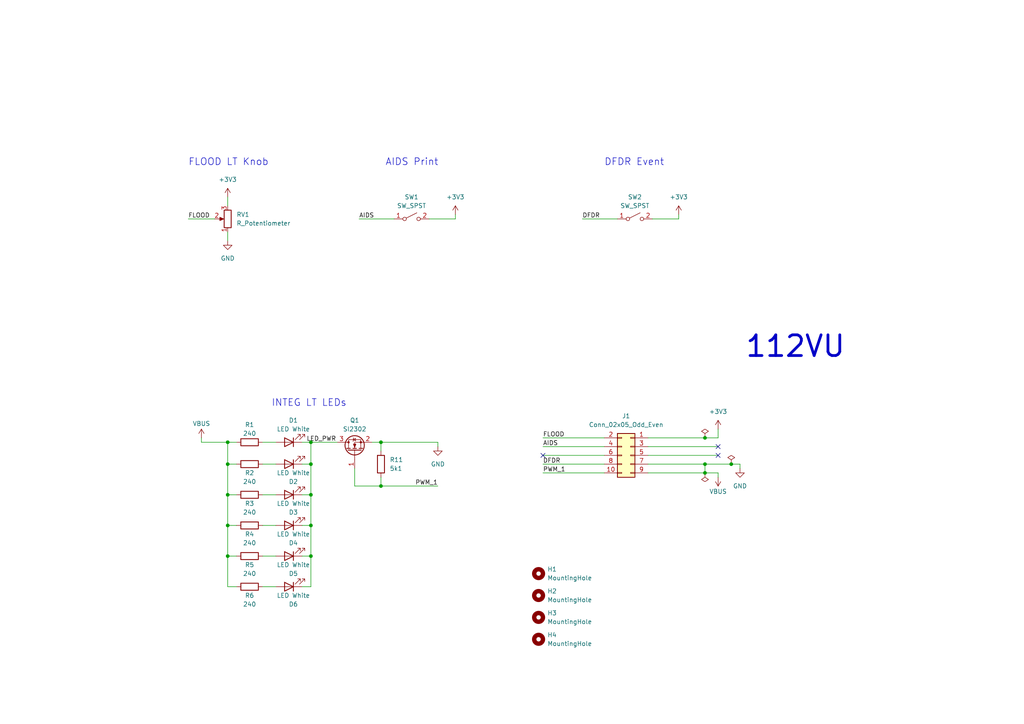
<source format=kicad_sch>
(kicad_sch (version 20230121) (generator eeschema)
  (paper "A4")
  (lib_symbols
    (symbol "Connector_Generic:Conn_02x05_Odd_Even" (pin_names (offset 1.016) hide)
      (property "Reference" "J" (at 1.27 7.62 0))
      (property "Value" "Conn_02x05_Odd_Even" (at 1.27 -7.62 0))
      (symbol "Conn_02x05_Odd_Even_1_1"
        (rectangle (start -1.27 -4.953) (end 0 -5.207) (stroke (width 0.1524)))
        (rectangle (start -1.27 -2.413) (end 0 -2.667) (stroke (width 0.1524)))
        (rectangle (start -1.27 0.127) (end 0 -0.127) (stroke (width 0.1524)))
        (rectangle (start -1.27 2.667) (end 0 2.413) (stroke (width 0.1524)))
        (rectangle (start -1.27 5.207) (end 0 4.953) (stroke (width 0.1524)))
        (rectangle (start -1.27 6.35) (end 3.81 -6.35) (stroke (width 0.254)) (fill (type background)))
        (rectangle (start 3.81 -4.953) (end 2.54 -5.207) (stroke (width 0.1524)))
        (rectangle (start 3.81 -2.413) (end 2.54 -2.667) (stroke (width 0.1524)))
        (rectangle (start 3.81 0.127) (end 2.54 -0.127) (stroke (width 0.1524)))
        (rectangle (start 3.81 2.667) (end 2.54 2.413) (stroke (width 0.1524)))
        (rectangle (start 3.81 5.207) (end 2.54 4.953) (stroke (width 0.1524)))
        (pin passive line (at -5.08 5.08 0) (length 3.81) (name "Pin_1") (number "1"))
        (pin passive line (at 7.62 -5.08 180) (length 3.81) (name "Pin_10") (number "10"))
        (pin passive line (at 7.62 5.08 180) (length 3.81) (name "Pin_2") (number "2"))
        (pin passive line (at -5.08 2.54 0) (length 3.81) (name "Pin_3") (number "3"))
        (pin passive line (at 7.62 2.54 180) (length 3.81) (name "Pin_4") (number "4"))
        (pin passive line (at -5.08 0 0) (length 3.81) (name "Pin_5") (number "5"))
        (pin passive line (at 7.62 0 180) (length 3.81) (name "Pin_6") (number "6"))
        (pin passive line (at -5.08 -2.54 0) (length 3.81) (name "Pin_7") (number "7"))
        (pin passive line (at 7.62 -2.54 180) (length 3.81) (name "Pin_8") (number "8"))
        (pin passive line (at -5.08 -5.08 0) (length 3.81) (name "Pin_9") (number "9"))
      )
    )
    (symbol "Device:LED" (pin_numbers hide) (pin_names (offset 1.016) hide)
      (property "Reference" "D" (at 0 2.54 0))
      (property "Value" "LED" (at 0 -2.54 0))
      (symbol "LED_0_1"
        (polyline (pts (xy -1.27 -1.27) (xy -1.27 1.27)) (stroke (width 0.254)))
        (polyline (pts (xy -1.27 0) (xy 1.27 0)))
        (polyline (pts (xy 1.27 -1.27) (xy 1.27 1.27) (xy -1.27 0) (xy 1.27 -1.27)) (stroke (width 0.254)))
        (polyline (pts (xy -3.048 -0.762) (xy -4.572 -2.286) (xy -3.81 -2.286) (xy -4.572 -2.286) (xy -4.572 -1.524)))
        (polyline (pts (xy -1.778 -0.762) (xy -3.302 -2.286) (xy -2.54 -2.286) (xy -3.302 -2.286) (xy -3.302 -1.524)))
      )
      (symbol "LED_1_1"
        (pin passive line (at -3.81 0 0) (length 2.54) (name "K") (number "1"))
        (pin passive line (at 3.81 0 180) (length 2.54) (name "A") (number "2"))
      )
    )
    (symbol "Device:R" (pin_numbers hide) (pin_names (offset 0))
      (property "Reference" "R" (at 2.032 0 90))
      (property "Value" "R" (at 0 0 90))
      (symbol "R_0_1"
        (rectangle (start -1.016 -2.54) (end 1.016 2.54) (stroke (width 0.254)))
      )
      (symbol "R_1_1"
        (pin passive line (at 0 3.81 270) (length 1.27) (name "~") (number "1"))
        (pin passive line (at 0 -3.81 90) (length 1.27) (name "~") (number "2"))
      )
    )
    (symbol "Device:R_Potentiometer" (pin_names (offset 1.016) hide)
      (property "Reference" "RV" (at -4.445 0 90))
      (property "Value" "R_Potentiometer" (at -2.54 0 90))
      (symbol "R_Potentiometer_0_1"
        (polyline (pts (xy 2.54 0) (xy 1.524 0)))
        (polyline (pts (xy 1.143 0) (xy 2.286 0.508) (xy 2.286 -0.508) (xy 1.143 0)) (fill (type outline)))
        (rectangle (start 1.016 2.54) (end -1.016 -2.54) (stroke (width 0.254)))
      )
      (symbol "R_Potentiometer_1_1"
        (pin passive line (at 0 3.81 270) (length 1.27) (name "1") (number "1"))
        (pin passive line (at 3.81 0 180) (length 1.27) (name "2") (number "2"))
        (pin passive line (at 0 -3.81 90) (length 1.27) (name "3") (number "3"))
      )
    )
    (symbol "Mechanical:MountingHole" (pin_names (offset 1.016))
      (property "Reference" "H" (at 0 5.08 0))
      (property "Value" "MountingHole" (at 0 3.175 0))
      (symbol "MountingHole_0_1"
        (circle (center 0 0) (radius 1.27) (stroke (width 1.27)))
      )
    )
    (symbol "Switch:SW_SPST" (pin_names (offset 0) hide)
      (property "Reference" "SW" (at 0 3.175 0))
      (property "Value" "SW_SPST" (at 0 -2.54 0))
      (symbol "SW_SPST_0_0"
        (circle (center -2.032 0) (radius 0.508))
        (polyline (pts (xy -1.524 0.254) (xy 1.524 1.778)))
        (circle (center 2.032 0) (radius 0.508))
      )
      (symbol "SW_SPST_1_1"
        (pin passive line (at -5.08 0 0) (length 2.54) (name "A") (number "1"))
        (pin passive line (at 5.08 0 180) (length 2.54) (name "B") (number "2"))
      )
    )
    (symbol "Transistor_FET:2N7002K" (pin_names hide)
      (property "Reference" "Q" (at 5.08 1.905 0))
      (property "Value" "2N7002K" (at 5.08 0 0))
      (symbol "2N7002K_0_1"
        (polyline (pts (xy 0.254 0) (xy -2.54 0)))
        (polyline (pts (xy 0.254 1.905) (xy 0.254 -1.905)) (stroke (width 0.254)))
        (polyline (pts (xy 0.762 -1.27) (xy 0.762 -2.286)) (stroke (width 0.254)))
        (polyline (pts (xy 0.762 0.508) (xy 0.762 -0.508)) (stroke (width 0.254)))
        (polyline (pts (xy 0.762 2.286) (xy 0.762 1.27)) (stroke (width 0.254)))
        (polyline (pts (xy 2.54 2.54) (xy 2.54 1.778)))
        (polyline (pts (xy 2.54 -2.54) (xy 2.54 0) (xy 0.762 0)))
        (polyline (pts (xy 0.762 -1.778) (xy 3.302 -1.778) (xy 3.302 1.778) (xy 0.762 1.778)))
        (polyline (pts (xy 1.016 0) (xy 2.032 0.381) (xy 2.032 -0.381) (xy 1.016 0)) (fill (type outline)))
        (polyline (pts (xy 2.794 0.508) (xy 2.921 0.381) (xy 3.683 0.381) (xy 3.81 0.254)))
        (polyline (pts (xy 3.302 0.381) (xy 2.921 -0.254) (xy 3.683 -0.254) (xy 3.302 0.381)))
        (circle (center 1.651 0) (radius 2.794) (stroke (width 0.254)))
        (circle (center 2.54 -1.778) (radius 0.254) (fill (type outline)))
        (circle (center 2.54 1.778) (radius 0.254) (fill (type outline)))
      )
      (symbol "2N7002K_1_1"
        (pin input line (at -5.08 0 0) (length 2.54) (name "G") (number "1"))
        (pin passive line (at 2.54 -5.08 90) (length 2.54) (name "S") (number "2"))
        (pin passive line (at 2.54 5.08 270) (length 2.54) (name "D") (number "3"))
      )
    )
    (symbol "power:+3V3" (power) (pin_names (offset 0))
      (property "Value" "+3V3" (at 0 3.556 0))
      (symbol "+3V3_0_1"
        (polyline (pts (xy -0.762 1.27) (xy 0 2.54)))
        (polyline (pts (xy 0 0) (xy 0 2.54)))
        (polyline (pts (xy 0 2.54) (xy 0.762 1.27)))
      )
      (symbol "+3V3_1_1"
        (pin power_in line (at 0 0 90) (length 0) hide (name "+3V3") (number "1"))
      )
    )
    (symbol "power:GND" (power) (pin_names (offset 0))
      (property "Value" "GND" (at 0 -3.81 0))
      (symbol "GND_0_1"
        (polyline (pts (xy 0 0) (xy 0 -1.27) (xy 1.27 -1.27) (xy 0 -2.54) (xy -1.27 -1.27) (xy 0 -1.27)))
      )
      (symbol "GND_1_1"
        (pin power_in line (at 0 0 270) (length 0) hide (name "GND") (number "1"))
      )
    )
    (symbol "power:PWR_FLAG" (power) (pin_numbers hide) (pin_names (offset 0) hide)
      (property "Value" "PWR_FLAG" (at 0 3.81 0))
      (symbol "PWR_FLAG_0_0"
        (pin power_out line (at 0 0 90) (length 0) (name "pwr") (number "1"))
      )
      (symbol "PWR_FLAG_0_1"
        (polyline (pts (xy 0 0) (xy 0 1.27) (xy -1.016 1.905) (xy 0 2.54) (xy 1.016 1.905) (xy 0 1.27)))
      )
    )
    (symbol "power:VBUS" (power) (pin_names (offset 0))
      (property "Value" "VBUS" (at 0 3.81 0))
      (symbol "VBUS_0_1"
        (polyline (pts (xy -0.762 1.27) (xy 0 2.54)))
        (polyline (pts (xy 0 0) (xy 0 2.54)))
        (polyline (pts (xy 0 2.54) (xy 0.762 1.27)))
      )
      (symbol "VBUS_1_1"
        (pin power_in line (at 0 0 90) (length 0) hide (name "VBUS") (number "1"))
      )
    )
  )
  (junction (at 66.04 161.29))
  (junction (at 90.17 134.62))
  (junction (at 90.17 161.29))
  (junction (at 90.17 128.27))
  (junction (at 66.04 143.51))
  (junction (at 90.17 152.4))
  (junction (at 204.47 134.62))
  (junction (at 90.17 143.51))
  (junction (at 212.09 134.62))
  (junction (at 66.04 128.27))
  (junction (at 66.04 152.4))
  (junction (at 110.49 140.97))
  (junction (at 110.49 128.27))
  (junction (at 204.47 137.16))
  (junction (at 204.47 127))
  (junction (at 66.04 134.62))
  (no_connect (at 208.28 129.54))
  (no_connect (at 157.48 132.08))
  (no_connect (at 208.28 132.08))
  (wire (pts (xy 58.42 128.27) (xy 58.42 127)))
  (wire (pts (xy 110.49 128.27) (xy 110.49 130.81)))
  (wire (pts (xy 66.04 152.4) (xy 66.04 161.29)))
  (wire (pts (xy 66.04 67.31) (xy 66.04 69.85)))
  (wire (pts (xy 66.04 134.62) (xy 66.04 143.51)))
  (wire (pts (xy 90.17 161.29) (xy 90.17 170.18)))
  (wire (pts (xy 204.47 137.16) (xy 204.47 134.62)))
  (wire (pts (xy 214.63 134.62) (xy 214.63 135.89)))
  (wire (pts (xy 157.48 134.62) (xy 175.26 134.62)))
  (wire (pts (xy 102.87 140.97) (xy 110.49 140.97)))
  (wire (pts (xy 212.09 134.62) (xy 214.63 134.62)))
  (wire (pts (xy 102.87 135.89) (xy 102.87 140.97)))
  (wire (pts (xy 90.17 143.51) (xy 90.17 152.4)))
  (wire (pts (xy 66.04 152.4) (xy 68.58 152.4)))
  (wire (pts (xy 68.58 134.62) (xy 66.04 134.62)))
  (wire (pts (xy 157.48 127) (xy 175.26 127)))
  (wire (pts (xy 208.28 138.43) (xy 208.28 137.16)))
  (wire (pts (xy 104.14 63.5) (xy 114.3 63.5)))
  (wire (pts (xy 87.63 161.29) (xy 90.17 161.29)))
  (wire (pts (xy 87.63 152.4) (xy 90.17 152.4)))
  (wire (pts (xy 90.17 128.27) (xy 97.79 128.27)))
  (wire (pts (xy 157.48 137.16) (xy 175.26 137.16)))
  (wire (pts (xy 66.04 161.29) (xy 66.04 170.18)))
  (wire (pts (xy 87.63 128.27) (xy 90.17 128.27)))
  (wire (pts (xy 168.91 63.5) (xy 179.07 63.5)))
  (wire (pts (xy 66.04 128.27) (xy 68.58 128.27)))
  (wire (pts (xy 54.61 63.5) (xy 62.23 63.5)))
  (wire (pts (xy 132.08 62.23) (xy 132.08 63.5)))
  (wire (pts (xy 196.85 62.23) (xy 196.85 63.5)))
  (wire (pts (xy 87.63 170.18) (xy 90.17 170.18)))
  (wire (pts (xy 107.95 128.27) (xy 110.49 128.27)))
  (wire (pts (xy 187.96 129.54) (xy 208.28 129.54)))
  (wire (pts (xy 66.04 143.51) (xy 66.04 152.4)))
  (wire (pts (xy 76.2 152.4) (xy 80.01 152.4)))
  (wire (pts (xy 76.2 161.29) (xy 80.01 161.29)))
  (wire (pts (xy 110.49 138.43) (xy 110.49 140.97)))
  (wire (pts (xy 66.04 57.15) (xy 66.04 59.69)))
  (wire (pts (xy 87.63 143.51) (xy 90.17 143.51)))
  (wire (pts (xy 90.17 134.62) (xy 90.17 143.51)))
  (wire (pts (xy 124.46 63.5) (xy 132.08 63.5)))
  (wire (pts (xy 76.2 143.51) (xy 80.01 143.51)))
  (wire (pts (xy 76.2 170.18) (xy 80.01 170.18)))
  (wire (pts (xy 187.96 137.16) (xy 204.47 137.16)))
  (wire (pts (xy 157.48 132.08) (xy 175.26 132.08)))
  (wire (pts (xy 187.96 134.62) (xy 204.47 134.62)))
  (wire (pts (xy 76.2 134.62) (xy 80.01 134.62)))
  (wire (pts (xy 189.23 63.5) (xy 196.85 63.5)))
  (wire (pts (xy 66.04 134.62) (xy 66.04 128.27)))
  (wire (pts (xy 90.17 152.4) (xy 90.17 161.29)))
  (wire (pts (xy 76.2 128.27) (xy 80.01 128.27)))
  (wire (pts (xy 187.96 127) (xy 204.47 127)))
  (wire (pts (xy 58.42 128.27) (xy 66.04 128.27)))
  (wire (pts (xy 127 129.54) (xy 127 128.27)))
  (wire (pts (xy 110.49 140.97) (xy 127 140.97)))
  (wire (pts (xy 187.96 132.08) (xy 208.28 132.08)))
  (wire (pts (xy 204.47 127) (xy 208.28 127)))
  (wire (pts (xy 90.17 128.27) (xy 90.17 134.62)))
  (wire (pts (xy 68.58 170.18) (xy 66.04 170.18)))
  (wire (pts (xy 66.04 143.51) (xy 68.58 143.51)))
  (wire (pts (xy 204.47 137.16) (xy 208.28 137.16)))
  (wire (pts (xy 87.63 134.62) (xy 90.17 134.62)))
  (wire (pts (xy 66.04 161.29) (xy 68.58 161.29)))
  (wire (pts (xy 208.28 124.46) (xy 208.28 127)))
  (wire (pts (xy 127 128.27) (xy 110.49 128.27)))
  (wire (pts (xy 157.48 129.54) (xy 175.26 129.54)))
  (wire (pts (xy 204.47 134.62) (xy 212.09 134.62)))
  (text "INTEG LT LEDs" (at 78.74 118.11 0) (effects (font (size 2 2)) (justify left bottom)))
  (text "AIDS Print" (at 111.76 48.26 0) (effects (font (size 2 2)) (justify left bottom)))
  (text "112VU" (at 215.9 104.14 0) (effects (font (size 6 6) (thickness 0.8) bold) (justify left bottom)))
  (text "DFDR Event" (at 175.26 48.26 0) (effects (font (size 2 2)) (justify left bottom)))
  (text "FLOOD LT Knob" (at 54.61 48.26 0) (effects (font (size 2 2)) (justify left bottom)))
  (label "FLOOD" (at 157.48 127 0))
  (label "LED_PWR" (at 88.9 128.27 0))
  (label "DFDR" (at 168.91 63.5 0))
  (label "DFDR" (at 157.48 134.62 0))
  (label "AIDS" (at 104.14 63.5 0))
  (label "PWM_1" (at 157.48 137.16 0))
  (label "PWM_1" (at 127 140.97 180))
  (label "FLOOD" (at 54.61 63.5 0))
  (label "AIDS" (at 157.48 129.54 0))
  (symbol (lib_id "Device:LED") (at 83.82 128.27 180) (unit 1)
    (property "Reference" "D1" (at 85.09 121.92 0))
    (property "Value" "LED White" (at 85.09 124.46 0))
    (property "Footprint" "LED_SMD:LED_0805_2012Metric" (effects hide))
    (property "Datasheet" "https://www.lcsc.com/datasheet/lcsc_datasheet_2402181504_XINGLIGHT-XL-2012WWC-DS_C3646928.pdf" (effects hide))
    (property "Manufracturer" "XINGLIGHT" (effects hide))
    (property "Manufracturer Part Number" "XL-2012WWC-DS" (effects hide))
    (property "JLCPCB Part" "C3646928" (effects hide))
  )
  (symbol (lib_id "power:PWR_FLAG") (at 204.47 127 0) (unit 1)
    (property "Reference" "#FLG01" (effects hide))
    (property "Value" "PWR_FLAG" (effects hide))
  )
  (symbol (lib_id "Device:LED") (at 83.82 134.62 180) (unit 1)
    (property "Reference" "D2" (at 85.09 139.7 0))
    (property "Value" "LED White" (at 85.09 137.16 0))
    (property "Footprint" "LED_SMD:LED_0805_2012Metric" (effects hide))
    (property "Datasheet" "https://www.lcsc.com/datasheet/lcsc_datasheet_2402181504_XINGLIGHT-XL-2012WWC-DS_C3646928.pdf" (effects hide))
    (property "Manufracturer" "XINGLIGHT" (effects hide))
    (property "Manufracturer Part Number" "XL-2012WWC-DS" (effects hide))
    (property "JLCPCB Part" "C3646928" (effects hide))
  )
  (symbol (lib_id "Device:R") (at 72.39 128.27 90) (unit 1)
    (property "Reference" "R1" (at 72.39 123.19 90))
    (property "Value" "240" (at 72.39 125.73 90))
    (property "Footprint" "Resistor_SMD:R_0805_2012Metric" (effects hide))
    (property "Datasheet" "https://www.lcsc.com/datasheet/lcsc_datasheet_2206010200_UNI-ROYAL-Uniroyal-Elec-0805W8F2400T5E_C17572.pdf" (effects hide))
    (property "Manufracturer" "UNI-ROYAL(Uniroyal Elec)" (effects hide))
    (property "Manufracturer Part Number" "0805W8F2400T5E" (effects hide))
    (property "JLCPCB Part" "C17572" (effects hide))
  )
  (symbol (lib_id "Device:R") (at 72.39 161.29 90) (unit 1)
    (property "Reference" "R5" (at 72.39 163.83 90))
    (property "Value" "240" (at 72.39 166.37 90))
    (property "Footprint" "Resistor_SMD:R_0805_2012Metric" (effects hide))
    (property "Datasheet" "https://www.lcsc.com/datasheet/lcsc_datasheet_2206010200_UNI-ROYAL-Uniroyal-Elec-0805W8F2400T5E_C17572.pdf" (effects hide))
    (property "Manufracturer" "UNI-ROYAL(Uniroyal Elec)" (effects hide))
    (property "Manufracturer Part Number" "0805W8F2400T5E" (effects hide))
    (property "JLCPCB Part" "C17572" (effects hide))
  )
  (symbol (lib_id "power:GND") (at 66.04 69.85 0) (unit 1)
    (property "Reference" "#PWR02" (effects hide))
    (property "Value" "GND" (at 66.04 74.93 0))
  )
  (symbol (lib_id "power:+3V3") (at 132.08 62.23 0) (unit 1)
    (property "Reference" "#PWR05" (effects hide))
    (property "Value" "+3V3" (at 132.08 57.15 0))
  )
  (symbol (lib_id "Mechanical:MountingHole") (at 156.21 166.37 0) (unit 1) (in_bom no)
    (property "Reference" "H1" (at 158.75 165.1 0) (effects (justify left)))
    (property "Value" "MountingHole" (at 158.75 167.64 0) (effects (justify left)))
    (property "Footprint" "MountingHole:MountingHole_2.2mm_M2" (effects hide))
  )
  (symbol (lib_id "power:+3V3") (at 208.28 124.46 0) (unit 1)
    (property "Reference" "#PWR09" (effects hide))
    (property "Value" "+3V3" (at 208.28 119.38 0))
  )
  (symbol (lib_id "power:GND") (at 127 129.54 0) (unit 1)
    (property "Reference" "#PWR013" (effects hide))
    (property "Value" "GND" (at 127 134.62 0))
  )
  (symbol (lib_id "Mechanical:MountingHole") (at 156.21 179.07 0) (unit 1) (in_bom no)
    (property "Reference" "H3" (at 158.75 177.8 0) (effects (justify left)))
    (property "Value" "MountingHole" (at 158.75 180.34 0) (effects (justify left)))
    (property "Footprint" "MountingHole:MountingHole_2.2mm_M2" (effects hide))
  )
  (symbol (lib_id "power:+3V3") (at 66.04 57.15 0) (unit 1)
    (property "Reference" "#PWR01" (effects hide))
    (property "Value" "+3V3" (at 66.04 52.07 0))
  )
  (symbol (lib_id "Transistor_FET:2N7002K") (at 102.87 130.81 90) (unit 1)
    (property "Reference" "Q1" (at 102.87 121.92 90))
    (property "Value" "SI2302" (at 102.87 124.46 90))
    (property "Footprint" "Package_TO_SOT_SMD:SOT-23-3" (effects hide))
    (property "Datasheet" "https://www.lcsc.com/datasheet/lcsc_datasheet_2109011130_YONGYUTAI-SI2302_C2891732.pdf" (effects hide))
    (property "Manufracturer" "YONGYUTAI" (effects hide))
    (property "Manufracturer Part Number" "SI2302" (effects hide))
    (property "JLCPCB Part" "C2891732" (effects hide))
  )
  (symbol (lib_id "Device:LED") (at 83.82 170.18 180) (unit 1)
    (property "Reference" "D6" (at 85.09 175.26 0))
    (property "Value" "LED White" (at 85.09 172.72 0))
    (property "Footprint" "LED_SMD:LED_0805_2012Metric" (effects hide))
    (property "Datasheet" "https://www.lcsc.com/datasheet/lcsc_datasheet_2402181504_XINGLIGHT-XL-2012WWC-DS_C3646928.pdf" (effects hide))
    (property "Manufracturer" "XINGLIGHT" (effects hide))
    (property "Manufracturer Part Number" "XL-2012WWC-DS" (effects hide))
    (property "JLCPCB Part" "C3646928" (effects hide))
  )
  (symbol (lib_id "power:+3V3") (at 196.85 62.23 0) (unit 1)
    (property "Reference" "#PWR08" (effects hide))
    (property "Value" "+3V3" (at 196.85 57.15 0))
  )
  (symbol (lib_id "Device:R") (at 72.39 152.4 90) (unit 1)
    (property "Reference" "R4" (at 72.39 154.94 90))
    (property "Value" "240" (at 72.39 157.48 90))
    (property "Footprint" "Resistor_SMD:R_0805_2012Metric" (effects hide))
    (property "Datasheet" "https://www.lcsc.com/datasheet/lcsc_datasheet_2206010200_UNI-ROYAL-Uniroyal-Elec-0805W8F2400T5E_C17572.pdf" (effects hide))
    (property "Manufracturer" "UNI-ROYAL(Uniroyal Elec)" (effects hide))
    (property "Manufracturer Part Number" "0805W8F2400T5E" (effects hide))
    (property "JLCPCB Part" "C17572" (effects hide))
  )
  (symbol (lib_id "Switch:SW_SPST") (at 184.15 63.5 0) (unit 1)
    (property "Reference" "SW2" (at 184.15 57.15 0))
    (property "Value" "SW_SPST" (at 184.15 59.69 0))
    (property "Footprint" "NiasStuff:SW_SPDT_YUEN-FUNG_ST-0-103-A01-T000-RS" (effects hide))
    (property "Datasheet" "https://datasheet.lcsc.com/lcsc/2307200931_YUEN-FUNG-ST-0-103-A01-T000-RS_C1788488.pdf" (effects hide))
    (property "JLCPCB Part" "C1788488" (effects hide))
    (property "Manufracturer" "YUEN FUNG" (effects hide))
    (property "Manufracturer Part Number" "ST-0-103-A01-T000-RS" (effects hide))
  )
  (symbol (lib_id "power:PWR_FLAG") (at 212.09 134.62 0) (unit 1)
    (property "Reference" "#FLG03" (effects hide))
    (property "Value" "PWR_FLAG" (effects hide))
  )
  (symbol (lib_id "power:PWR_FLAG") (at 204.47 137.16 180) (unit 1)
    (property "Reference" "#FLG02" (effects hide))
    (property "Value" "PWR_FLAG" (effects hide))
  )
  (symbol (lib_id "Connector_Generic:Conn_02x05_Odd_Even") (at 182.88 132.08 0) (mirror y) (unit 1)
    (property "Reference" "J1" (at 181.61 120.65 0))
    (property "Value" "Conn_02x05_Odd_Even" (at 181.61 123.19 0))
    (property "Footprint" "Connector_IDC:IDC-Header_2x05_P2.54mm_Vertical" (effects hide))
  )
  (symbol (lib_id "Device:R_Potentiometer") (at 66.04 63.5 180) (unit 1)
    (property "Reference" "RV1" (at 68.58 62.23 0) (effects (justify right)))
    (property "Value" "R_Potentiometer" (at 68.58 64.77 0) (effects (justify right)))
    (property "Footprint" "NiasStuff:Potentiometer_Alps_RK09L_Double_Vertical" (effects hide))
    (property "Datasheet" "https://datasheet.lcsc.com/lcsc/1912111437_ALPSALPINE-RK09L1240A12_C380211.pdf" (effects hide))
    (property "Manufracturer" "ALPSALPINE" (effects hide))
    (property "Manufracturer Part Number" "RK09L1240A12" (effects hide))
    (property "JLCPCB Part" "C380211" (effects hide))
  )
  (symbol (lib_id "Device:LED") (at 83.82 152.4 180) (unit 1)
    (property "Reference" "D4" (at 85.09 157.48 0))
    (property "Value" "LED White" (at 85.09 154.94 0))
    (property "Footprint" "LED_SMD:LED_0805_2012Metric" (effects hide))
    (property "Datasheet" "https://www.lcsc.com/datasheet/lcsc_datasheet_2402181504_XINGLIGHT-XL-2012WWC-DS_C3646928.pdf" (effects hide))
    (property "Manufracturer" "XINGLIGHT" (effects hide))
    (property "Manufracturer Part Number" "XL-2012WWC-DS" (effects hide))
    (property "JLCPCB Part" "C3646928" (effects hide))
  )
  (symbol (lib_id "Device:LED") (at 83.82 161.29 180) (unit 1)
    (property "Reference" "D5" (at 85.09 166.37 0))
    (property "Value" "LED White" (at 85.09 163.83 0))
    (property "Footprint" "LED_SMD:LED_0805_2012Metric" (effects hide))
    (property "Datasheet" "https://www.lcsc.com/datasheet/lcsc_datasheet_2402181504_XINGLIGHT-XL-2012WWC-DS_C3646928.pdf" (effects hide))
    (property "Manufracturer" "XINGLIGHT" (effects hide))
    (property "Manufracturer Part Number" "XL-2012WWC-DS" (effects hide))
    (property "JLCPCB Part" "C3646928" (effects hide))
  )
  (symbol (lib_id "Device:R") (at 72.39 134.62 90) (unit 1)
    (property "Reference" "R2" (at 72.39 137.16 90))
    (property "Value" "240" (at 72.39 139.7 90))
    (property "Footprint" "Resistor_SMD:R_0805_2012Metric" (effects hide))
    (property "Datasheet" "https://www.lcsc.com/datasheet/lcsc_datasheet_2206010200_UNI-ROYAL-Uniroyal-Elec-0805W8F2400T5E_C17572.pdf" (effects hide))
    (property "Manufracturer" "UNI-ROYAL(Uniroyal Elec)" (effects hide))
    (property "Manufracturer Part Number" "0805W8F2400T5E" (effects hide))
    (property "JLCPCB Part" "C17572" (effects hide))
  )
  (symbol (lib_id "Device:LED") (at 83.82 143.51 180) (unit 1)
    (property "Reference" "D3" (at 85.09 148.59 0))
    (property "Value" "LED White" (at 85.09 146.05 0))
    (property "Footprint" "LED_SMD:LED_0805_2012Metric" (effects hide))
    (property "Datasheet" "https://www.lcsc.com/datasheet/lcsc_datasheet_2402181504_XINGLIGHT-XL-2012WWC-DS_C3646928.pdf" (effects hide))
    (property "Manufracturer" "XINGLIGHT" (effects hide))
    (property "Manufracturer Part Number" "XL-2012WWC-DS" (effects hide))
    (property "JLCPCB Part" "C3646928" (effects hide))
  )
  (symbol (lib_id "Mechanical:MountingHole") (at 156.21 172.72 0) (unit 1) (in_bom no)
    (property "Reference" "H2" (at 158.75 171.45 0) (effects (justify left)))
    (property "Value" "MountingHole" (at 158.75 173.99 0) (effects (justify left)))
    (property "Footprint" "MountingHole:MountingHole_2.2mm_M2" (effects hide))
  )
  (symbol (lib_id "power:VBUS") (at 58.42 127 0) (unit 1)
    (property "Reference" "#PWR012" (effects hide))
    (property "Value" "VBUS" (at 58.42 122.8669 0))
  )
  (symbol (lib_id "Switch:SW_SPST") (at 119.38 63.5 0) (unit 1)
    (property "Reference" "SW1" (at 119.38 57.15 0))
    (property "Value" "SW_SPST" (at 119.38 59.69 0))
    (property "Footprint" "NiasStuff:SW_SPDT_YUEN-FUNG_ST-0-103-A01-T000-RS" (effects hide))
    (property "Datasheet" "https://datasheet.lcsc.com/lcsc/2307200931_YUEN-FUNG-ST-0-103-A01-T000-RS_C1788488.pdf" (effects hide))
    (property "JLCPCB Part" "C1788488" (effects hide))
    (property "Manufracturer" "YUEN FUNG" (effects hide))
    (property "Manufracturer Part Number" "ST-0-103-A01-T000-RS" (effects hide))
  )
  (symbol (lib_id "Device:R") (at 72.39 170.18 90) (unit 1)
    (property "Reference" "R6" (at 72.39 172.72 90))
    (property "Value" "240" (at 72.39 175.26 90))
    (property "Footprint" "Resistor_SMD:R_0805_2012Metric" (effects hide))
    (property "Datasheet" "https://www.lcsc.com/datasheet/lcsc_datasheet_2206010200_UNI-ROYAL-Uniroyal-Elec-0805W8F2400T5E_C17572.pdf" (effects hide))
    (property "Manufracturer" "UNI-ROYAL(Uniroyal Elec)" (effects hide))
    (property "Manufracturer Part Number" "0805W8F2400T5E" (effects hide))
    (property "JLCPCB Part" "C17572" (effects hide))
  )
  (symbol (lib_id "Mechanical:MountingHole") (at 156.21 185.42 0) (unit 1) (in_bom no)
    (property "Reference" "H4" (at 158.75 184.15 0) (effects (justify left)))
    (property "Value" "MountingHole" (at 158.75 186.69 0) (effects (justify left)))
    (property "Footprint" "MountingHole:MountingHole_2.2mm_M2" (effects hide))
  )
  (symbol (lib_id "Device:R") (at 72.39 143.51 90) (unit 1)
    (property "Reference" "R3" (at 72.39 146.05 90))
    (property "Value" "240" (at 72.39 148.59 90))
    (property "Footprint" "Resistor_SMD:R_0805_2012Metric" (effects hide))
    (property "Datasheet" "https://www.lcsc.com/datasheet/lcsc_datasheet_2206010200_UNI-ROYAL-Uniroyal-Elec-0805W8F2400T5E_C17572.pdf" (effects hide))
    (property "Manufracturer" "UNI-ROYAL(Uniroyal Elec)" (effects hide))
    (property "Manufracturer Part Number" "0805W8F2400T5E" (effects hide))
    (property "JLCPCB Part" "C17572" (effects hide))
  )
  (symbol (lib_id "Device:R") (at 110.49 134.62 180) (unit 1)
    (property "Reference" "R11" (at 113.03 133.35 0) (effects (justify right)))
    (property "Value" "5k1" (at 113.03 135.89 0) (effects (justify right)))
    (property "Footprint" "Resistor_SMD:R_0603_1608Metric" (effects hide))
    (property "Datasheet" "https://www.lcsc.com/datasheet/lcsc_datasheet_2206010116_UNI-ROYAL-Uniroyal-Elec-0603WAF5101T5E_C23186.pdf" (effects hide))
    (property "JLCPCB Part" "C23186" (effects hide))
    (property "Manufracturer" "UNI-ROYAL(Uniroyal Elec)" (effects hide))
    (property "Manufracturer Part Number" "0603WAF5101T5E" (effects hide))
  )
  (symbol (lib_id "power:GND") (at 214.63 135.89 0) (unit 1)
    (property "Reference" "#PWR011" (effects hide))
    (property "Value" "GND" (at 214.63 140.97 0))
  )
  (symbol (lib_id "power:VBUS") (at 208.28 138.43 180) (unit 1)
    (property "Reference" "#PWR010" (effects hide))
    (property "Value" "VBUS" (at 208.28 142.5631 0))
  )
)
</source>
